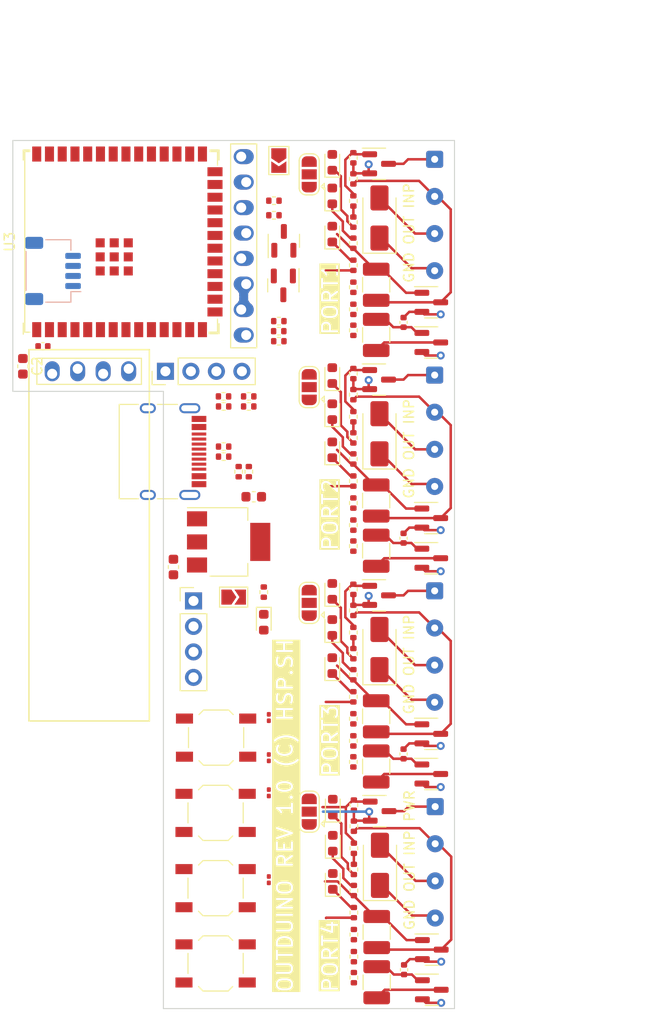
<source format=kicad_pcb>
(kicad_pcb (version 20221018) (generator pcbnew)
  (layers (0 "F.Cu" signal) (31 "B.Cu" signal) (34 "B.Paste" user) (35 "F.Paste" user) (36 "B.SilkS" user "B.Silkscreen") (37 "F.SilkS" user "F.Silkscreen") (38 "B.Mask" user) (39 "F.Mask" user) (44 "Edge.Cuts" user))
  (net 0 "")
  (net 1 "+3.3V")
  (net 2 "GND")
  (net 3 "VBUS")
  (net 4 "Net-(Q5-B)")
  (net 5 "/ESP_EN")
  (net 6 "/ESP_B2")
  (net 7 "/ESP_B3")
  (net 8 "Net-(D1-K)")
  (net 9 "Net-(D3-A2)")
  (net 10 "Net-(D4-K)")
  (net 11 "Net-(D5-K)")
  (net 12 "Net-(D6-K)")
  (net 13 "Net-(J1-CC1)")
  (net 14 "Net-(J1-D+-PadA6)")
  (net 15 "Net-(J1-D--PadA7)")
  (net 17 "Net-(J1-CC2)")
  (net 19 "Net-(J2-VDD)")
  (net 20 "/RTS")
  (net 21 "/DTR")
  (net 22 "/TARG_TX")
  (net 23 "/TARG_RX")
  (net 24 "Net-(J2-5V)")
  (net 25 "Net-(J3-Pin_2)")
  (net 26 "Net-(J3-Pin_3)")
  (net 27 "/SDA")
  (net 28 "/SCL")
  (net 29 "Net-(J5-Pin_1)")
  (net 30 "Net-(J5-Pin_2)")
  (net 31 "/IO_block1/PWR")
  (net 32 "+12V")
  (net 33 "Net-(Q1-B)")
  (net 34 "Net-(Q2-B)")
  (net 35 "/IO9{slash}BOOT_BUT1")
  (net 36 "/PWR1")
  (net 37 "/OUT1")
  (net 38 "/IN1")
  (net 39 "/USBDM")
  (net 40 "/USBDP")
  (net 41 "Net-(R21-Pad1)")
  (net 42 "Net-(Q8-B)")
  (net 43 "Net-(Q11-B)")
  (net 44 "VDD")
  (net 45 "Net-(Q14-B)")
  (net 46 "/ESP_BOOT")
  (net 47 "Net-(D7-K)")
  (net 48 "Net-(D8-K)")
  (net 49 "Net-(D9-K)")
  (net 50 "Net-(D11-A2)")
  (net 51 "Net-(D12-K)")
  (net 52 "Net-(D13-K)")
  (net 53 "Net-(D14-K)")
  (net 54 "Net-(D16-A2)")
  (net 55 "Net-(D17-K)")
  (net 56 "Net-(D18-K)")
  (net 57 "Net-(D19-K)")
  (net 58 "Net-(D21-A2)")
  (net 59 "Net-(J7-Pin_1)")
  (net 60 "Net-(J7-Pin_2)")
  (net 61 "Net-(J8-Pin_1)")
  (net 62 "Net-(J8-Pin_2)")
  (net 63 "Net-(J9-Pin_1)")
  (net 64 "Net-(J9-Pin_2)")
  (net 65 "/IO_block2/PWR")
  (net 66 "/IO_block3/PWR")
  (net 67 "/IO_block4/PWR")
  (net 68 "/PWR2")
  (net 69 "/OUT2")
  (net 70 "/PROG_TX")
  (net 71 "/PROG_RX")
  (net 72 "/IN2")
  (net 73 "/PWR3")
  (net 74 "/OUT3")
  (net 75 "/IN3")
  (net 76 "/PWR4")
  (net 77 "/OUT4")
  (net 78 "/IN4")
  (net 79 "Net-(R1-Pad1)")
  (net 80 "Net-(U3-GPIO46)")
  (net 81 "Net-(U3-GPIO3{slash}TOUCH3{slash}ADC1_CH2)")
  (net 82 "Net-(U3-GPIO45)")
  (net 83 "Net-(R40-Pad1)")
  (net 84 "Net-(R52-Pad1)")
  (footprint "Resistor_SMD:R_1210_3225Metric_Pad1.30x2.65mm_HandSolder" (layer "F.Cu") (at 82.25 143.875 -90)
    (fp_text reference "R60" hide)
    (fp_text value "DNP/1210")
  )
  (footprint "Resistor_SMD:R_0402_1005Metric" (layer "F.Cu") (at 79.925 68.134999 -90)
    (fp_text reference "R21" hide)
    (fp_text value "10k")
  )
  (footprint "Resistor_SMD:R_0402_1005Metric" (layer "F.Cu") (at 79.925 96.124999 -90)
    (fp_text reference "R38" hide)
    (fp_text value "3k")
  )
  (footprint "Jumper:SolderJumper-3_P1.3mm_Open_RoundedPad1.0x1.5mm" (layer "F.Cu") (at 75.525 63.375 90)
    (fp_text reference "JP3" hide)
    (fp_text value "VSEL")
  )
  (footprint "Connector_PinHeader_2.54mm:PinHeader_1x04_P2.54mm_Vertical" (layer "F.Cu") (at 61.2 83 90)
    (fp_text reference "J6" hide)
    (fp_text value "I2C_HDR")
  )
  (footprint "LED_SMD:LED_0603_1608Metric" (layer "F.Cu") (at 71 108 -90)
    (fp_text reference "D1" hide)
    (fp_text value "LED_RED")
  )
  (footprint "Package_TO_SOT_SMD:SOT-23" (layer "F.Cu") (at 87.6875 97.625)
    (fp_text reference "Q7" hide)
    (fp_text value "BC847")
  )
  (footprint "Resistor_SMD:R_1210_3225Metric_Pad1.30x2.65mm_HandSolder" (layer "F.Cu") (at 82.2 79.375 -90)
    (fp_text reference "R20" hide)
    (fp_text value "DNP/1210")
  )
  (footprint "Resistor_SMD:R_1210_3225Metric_Pad1.30x2.65mm_HandSolder" (layer "F.Cu") (at 82.2 122.375 -90)
    (fp_text reference "R48" hide)
    (fp_text value "DNP/1210")
  )
  (footprint "Diode_SMD:D_SMA" (layer "F.Cu") (at 82.525 67.724999 90)
    (fp_text reference "D3" hide)
    (fp_text value "D_TVS")
  )
  (footprint "Connector_Wire:SolderWire-0.127sqmm_1x04_P3.7mm_D0.48mm_OD1mm" (layer "F.Cu") (at 88.025 83.375 -90)
    (fp_text reference "J7" hide)
    (fp_text value "Conn_01x04")
  )
  (footprint "Connector_PinHeader_2.54mm:PinHeader_1x04_P2.54mm_Vertical" (layer "F.Cu") (at 64 105.88)
    (fp_text reference "J3" hide)
    (fp_text value "USB_HDR")
  )
  (footprint "Resistor_SMD:R_1210_3225Metric_Pad1.30x2.65mm_HandSolder" (layer "F.Cu") (at 82.2 100.875 -90)
    (fp_text reference "R36" hide)
    (fp_text value "DNP/1210")
  )
  (footprint "Resistor_SMD:R_0402_1005Metric" (layer "F.Cu") (at 79.975 136.935 90)
    (fp_text reference "R54" hide)
    (fp_text value "10k")
  )
  (footprint "Critbit_lib:OLED_4Pin" (layer "F.Cu") (at 53.73 83 -90)
    (fp_text reference "U1" hide)
    (fp_text value "~")
  )
  (footprint "Diode_SMD:D_SMA" (layer "F.Cu") (at 82.525 89.224999 90)
    (fp_text reference "D11" hide)
    (fp_text value "D_TVS")
  )
  (footprint "LED_SMD:LED_0603_1608Metric" (layer "F.Cu") (at 77.825 87.024999 90)
    (fp_text reference "D8" hide)
    (fp_text value "LED_GREEN")
  )
  (footprint "Resistor_SMD:R_0402_1005Metric" (layer "F.Cu") (at 79.975 132.635 -90)
    (fp_text reference "R52" hide)
    (fp_text value "10k")
  )
  (footprint "Capacitor_SMD:C_0603_1608Metric" (layer "F.Cu") (at 70 95.5 180)
    (fp_text reference "C4" hide)
    (fp_text value "10u")
  )
  (footprint "Package_TO_SOT_SMD:SOT-23" (layer "F.Cu") (at 82.5375 126.825)
    (fp_text reference "Q12" hide)
    (fp_text value "AO3401A")
  )
  (footprint "Diode_SMD:D_SMA" (layer "F.Cu") (at 82.575 132.225 90)
    (fp_text reference "D21" hide)
    (fp_text value "D_TVS")
  )
  (footprint "Capacitor_SMD:C_0402_1005Metric" (layer "F.Cu") (at 84.975 142.625 90)
    (fp_text reference "C9" hide)
    (fp_text value "100n")
  )
  (footprint "Resistor_SMD:R_0402_1005Metric" (layer "F.Cu") (at 79.975 126.225 -90)
    (fp_text reference "R57" hide)
    (fp_text value "10k")
  )
  (footprint "Resistor_SMD:R_0402_1005Metric" (layer "F.Cu") (at 69.5 85.5)
    (fp_text reference "R4" hide)
    (fp_text value "3k")
  )
  (footprint "LED_SMD:LED_0603_1608Metric" (layer "F.Cu") (at 77.825 69.324999 90)
    (fp_text reference "D6" hide)
    (fp_text value "LED_BLUE")
  )
  (footprint "LED_SMD:LED_0603_1608Metric" (layer "F.Cu") (at 77.825 65.524999 90)
    (fp_text reference "D5" hide)
    (fp_text value "LED_GREEN")
  )
  (footprint "Resistor_SMD:R_1210_3225Metric_Pad1.30x2.65mm_HandSolder" (layer "F.Cu") (at 82.2 117.375 -90)
    (fp_text reference "R46" hide)
    (fp_text value "DNP/1210")
  )
  (footprint "Resistor_SMD:R_0402_1005Metric" (layer "F.Cu") (at 79.925 78.915 90)
    (fp_text reference "R16" hide)
    (fp_text value "3k")
  )
  (footprint "Connector_Wire:SolderWire-0.127sqmm_1x04_P3.7mm_D0.48mm_OD1mm" (layer "F.Cu") (at 88.075 126.375 -90)
    (fp_text reference "J9" hide)
    (fp_text value "Conn_01x04")
  )
  (footprint "Resistor_SMD:R_0402_1005Metric" (layer "F.Cu") (at 79.925 115.434999 90)
    (fp_text reference "R42" hide)
    (fp_text value "10k")
  )
  (footprint "Resistor_SMD:R_0402_1005Metric" (layer "F.Cu") (at 69.5 86.5)
    (fp_text reference "R5" hide)
    (fp_text value "3k")
  )
  (footprint "Resistor_SMD:R_0402_1005Metric" (layer "F.Cu") (at 79.925 104.725 -90)
    (fp_text reference "R45" hide)
    (fp_text value "10k")
  )
  (footprint "Resistor_SMD:R_0402_1005Metric" (layer "F.Cu") (at 79.925 98.324999 90)
    (fp_text reference "R39" hide)
    (fp_text value "10k")
  )
  (footprint "Resistor_SMD:R_0402_1005Metric" (layer "F.Cu") (at 79.975 134.735 90)
    (fp_text reference "R53" hide)
    (fp_text value "10k")
  )
  (footprint "Capacitor_SMD:C_0201_0603Metric" (layer "F.Cu") (at 71.5 133.655 -90)
    (fp_text reference "C11" hide)
    (fp_text value "100n")
  )
  (footprint "Resistor_SMD:R_0402_1005Metric" (layer "F.Cu") (at 67 91.5)
    (fp_text reference "R9" hide)
    (fp_text value "22R/0603")
  )
  (footprint "Connector_Wire:SolderWire-0.127sqmm_1x04_P3.7mm_D0.48mm_OD1mm" (layer "F.Cu") (at 88.025 61.875 -90)
    (fp_text reference "J5" hide)
    (fp_text value "Conn_01x04")
  )
  (footprint "LED_SMD:LED_0603_1608Metric" (layer "F.Cu") (at 77.825 90.824999 90)
    (fp_text reference "D9" hide)
    (fp_text value "LED_BLUE")
  )
  (footprint "Resistor_SMD:R_0402_1005Metric" (layer "F.Cu") (at 72.5 78)
    (fp_text reference "R7" hide)
    (fp_text value "10k")
  )
  (footprint "Package_TO_SOT_SMD:SOT-23" (layer "F.Cu") (at 87.6875 101.625)
    (fp_text reference "Q8" hide)
    (fp_text value "BC847")
  )
  (footprint "Resistor_SMD:R_0402_1005Metric" (layer "F.Cu") (at 79.925 121.915 90)
    (fp_text reference "R47" hide)
    (fp_text value "3k")
  )
  (footprint "Resistor_SMD:R_0402_1005Metric" (layer "F.Cu") (at 79.925 74.624999 -90)
    (fp_text reference "R18" hide)
    (fp_text value "3k")
  )
  (footprint "Connector_Wire:SolderWire-0.127sqmm_1x04_P3.7mm_D0.48mm_OD1mm" (layer "F.Cu") (at 88.025 104.875 -90)
    (fp_text reference "J8" hide)
    (fp_text value "Conn_01x04")
  )
  (footprint "Resistor_SMD:R_0402_1005Metric" (layer "F.Cu") (at 79.925 61.725 -90)
    (fp_text reference "R14" hide)
    (fp_text value "10k")
  )
  (footprint "Resistor_SMD:R_0402_1005Metric" (layer "F.Cu") (at 68.5 93 90)
    (fp_text reference "R11" hide)
    (fp_text value "22R/0603")
  )
  (footprint "Package_TO_SOT_SMD:SOT-23" (layer "F.Cu") (at 82.4875 62.324999)
    (fp_text reference "Q3" hide)
    (fp_text value "AO3401A")
  )
  (footprint "Resistor_SMD:R_0402_1005Metric" (layer "F.Cu") (at 72.01 66)
    (fp_text reference "R8" hide)
    (fp_text value "10k")
  )
  (footprint "Resistor_SMD:R_0402_1005Metric" (layer "F.Cu") (at 79.925 83.225 -90)
    (fp_text reference "R33" hide)
    (fp_text value "10k")
  )
  (footprint "Package_TO_SOT_SMD:SOT-23" (layer "F.Cu") (at 73 70 90)
    (fp_text reference "Q1" hide)
    (fp_text value "MMBT2222A")
  )
  (footprint "Resistor_SMD:R_0402_1005Metric" (layer "F.Cu") (at 79.925 93.934999 90)
    (fp_text reference "R27" hide)
    (fp_text value "10k")
  )
  (footprint "Resistor_SMD:R_1210_3225Metric_Pad1.30x2.65mm_HandSolder" (layer "F.Cu") (at 82.25 138.875 -90)
    (fp_text reference "R58" hide)
    (fp_text value "DNP/1210")
  )
  (footprint "Button_Switch_SMD:SW_SPST_TL3342" (layer "F.Cu") (at 66.2 134.5 180)
    (fp_text reference "SW4" hide)
    (fp_text value "B2")
  )
  (footprint "Resistor_SMD:R_0402_1005Metric" (layer "F.Cu") (at 79.975 130.525 -90)
    (fp_text reference "R55" hide)
    (fp_text value "10k")
  )
  (footprint "Jumper:SolderJumper-3_P1.3mm_Open_RoundedPad1.0x1.5mm" (layer "F.Cu") (at 75.525 84.575 90)
    (fp_text reference "JP4" hide)
    (fp_text value "VSEL")
  )
  (footprint "Capacitor_SMD:C_0402_1005Metric" (layer "F.Cu") (at 84.925 78.125 90)
    (fp_text reference "C5" hide)
    (fp_text value "100n")
  )
  (footprint "Resistor_SMD:R_0402_1005Metric" (layer "F.Cu") (at 79.925 91.734999 90)
    (fp_text reference "R26" hide)
    (fp_text value "10k")
  )
  (footprint "Resistor_SMD:R_0402_1005Metric" (layer "F.Cu") (at 66.99 85.5)
    (fp_text reference "R3" hide)
    (fp_text value "5.1k")
  )
  (footprint "Resistor_SMD:R_0402_1005Metric" (layer "F.Cu") (at 79.925 85.324999 90)
    (fp_text reference "R32" hide)
    (fp_text value "3k")
  )
  (footprint "LED_SMD:LED_0603_1608Metric" (layer "F.Cu") (at 77.825 112.324999 90)
    (fp_text reference "D14" hide)
    (fp_text value "LED_BLUE")
  )
  (footprint "Resistor_SMD:R_0402_1005Metric" (layer "F.Cu") (at 67 90.5)
    (fp_text reference "R10" hide)
    (fp_text value "22R/0603")
  )
  (footprint "LED_SMD:LED_0603_1608Metric" (layer "F.Cu") (at 77.825 108.524999 90)
    (fp_text reference "D13" hide)
    (fp_text value "LED_GREEN")
  )
  (footprint "Resistor_SMD:R_0402_1005Metric" (layer "F.Cu") (at 72.49 79)
    (fp_text reference "R29" hide)
    (fp_text value "100k")
  )
  (footprint "LED_SMD:LED_0603_1608Metric" (layer "F.Cu") (at 77.825 83.424999 90)
    (fp_text reference "D7" hide)
    (fp_text value "LED_RED")
  )
  (footprint "Espressif:ESP32-S3-WROOM-1U" (layer "F.Cu") (at 56.64 70.1 90)
    (fp_text reference "U3")
    (fp_text value "ESP32-S3-WROOM-2")
  )
  (footprint "Button_Switch_SMD:SW_SPST_TL3342" (layer "F.Cu") (at 66.2 127 180)
    (fp_text reference "SW5" hide)
    (fp_text value "B2")
  )
  (footprint "Resistor_SMD:R_0402_1005Metric" (layer "F.Cu") (at 79.925 76.824999 90)
    (fp_text reference "R19" hide)
    (fp_text value "10k")
  )
  (footprint "Resistor_SMD:R_0402_1005Metric" (layer "F.Cu") (at 79.925 113.234999 90)
    (fp_text reference "R41" hide)
    (fp_text value "10k")
  )
  (footprint "Package_TO_SOT_SMD:SOT-23" (layer "F.Cu") (at 87.7375 140.625)
    (fp_text reference "Q13" hide)
    (fp_text value "BC847")
  )
  (footprint "Diode_SMD:D_SMA" (layer "F.Cu") (at 82.525 110.724999 90)
    (fp_text reference "D16" hide)
    (fp_text value "D_TVS")
  )
  (footprint "Package_TO_SOT_SMD:SOT-223-3_TabPin2" (layer "F.Cu") (at 67.5 100)
    (fp_text reference "U2" hide)
    (fp_text value "AZ1117-3.3")
  )
  (footprint "Package_TO_SOT_SMD:SOT-23" (layer "F.Cu") (at 82.4875 105.324999)
    (fp_text reference "Q9" hide)
    (fp_text value "AO3401A")
  )
  (footprint "Capacitor_SMD:C_0201_0603Metric" (layer "F.Cu") (at 71.5 125 -90)
    (fp_text reference "C12" hide)
    (fp_text value "100n")
  )
  (footprint "LED_SMD:LED_0603_1608Metric" (layer "F.Cu") (at 77.875 126.425 90)
    (fp_text reference "D17" hide)
    (fp_text value "LED_RED")
  )
  (footprint "Capacitor_SMD:C_0201_0603Metric" (layer "F.Cu") (at 71.5 121.5 -90)
    (fp_text reference "C8" hide)
    (fp_text value "100n")
  )
  (footprint "Button_Switch_SMD:SW_SPST_TL3342" (layer "F.Cu") (at 66.2 142 180)
    (fp_text reference "SW3" hide)
    (fp_text value "B1/BOOT")
  )
  (footprint "Resistor_SMD:R_0402_1005Metric" (layer "F.Cu") (at 79.925 87.524999 -90)
    (fp_text reference "R28" hide)
    (fp_text value "10k")
  )
  (footprint "Package_TO_SOT_SMD:SOT-23" (layer "F.Cu") (at 82.4875 83.824999)
    (fp_text reference "Q6" hide)
    (fp_text value "AO3401A")
  )
  (footprint "Resistor_SMD:R_0402_1005Metric" (layer "F.Cu") (at 79.975 128.325 90)
    (fp_text reference "R56" hide)
    (fp_text value "3k")
  )
  (footprint "Resistor_SMD:R_0402_1005Metric" (layer "F.Cu") (at 79.925 117.624999 -90)
    (fp_text reference "R50" hide)
    (fp_text value "3k")
  )
  (footprint "Package_TO_SOT_SMD:SOT-23" (layer "F.Cu") (at 87.6875 123.125)
    (fp_text reference "Q11" hide)
    (fp_text value "BC847")
  )
  (footprint "Jumper:SolderJumper-3_P1.3mm_Open_RoundedPad1.0x1.5mm" (layer "F.Cu") (at 75.525 106.075 90)
    (fp_text reference "JP5" hide)
    (fp_text value "VSEL")
  )
  (footprint "LED_SMD:LED_0603_1608Metric" (layer "F.Cu") (at 77.825 62.175 90)
    (fp_text reference "D4" hide)
    (fp_text value "LED_RED")
  )
  (footprint "Resistor_SMD:R_0402_1005Metric" (layer "F.Cu") (at 79.925 89.634999 -90)
    (fp_text reference "R1" hide)
    (fp_text value "10k")
  )
  (footprint "Resistor_SMD:R_0201_0603Metric" (layer "F.Cu") (at 71.5 117.5 -90)
    (fp_text reference "R25" hide)
    (fp_text value "10k")
  )
  (footprint "Resistor_SMD:R_0402_1005Metric" (layer "F.Cu") (at 79.925 106.824999 90)
    (fp_text reference "R44" hide)
    (fp_text value "3k")
  )
  (footprint "Resistor_SMD:R_0402_1005Metric" (layer "F.Cu") (at 79.925 109.024999 -90)
    (fp_text reference "R43" hide)
    (fp_text value "10k")
  )
  (footprint "Jumper:SolderJumper-2_P1.3mm_Open_TrianglePad1.0x1.5mm" (layer "F.Cu") (at 72.5 62 -90)
    (fp_text reference "JP1" hide)
    (fp_text value "3V3_FROM_USBC")
  )
  (footprint "Jumper:SolderJumper-3_P1.3mm_Open_RoundedPad1.0x1.5mm" (layer "F.Cu") (at 75.525 126.875 90)
    (fp_text reference "JP6" hide)
    (fp_text value "VSEL")
  )
  (footprint "Button_Switch_SMD:SW_SPST_TL3342" (layer "F.Cu") (at 66.25 119.5 180)
    (fp_text reference "SW1" hide)
    (fp_text value "RST")
  )
  (footprint "Capacitor_SMD:C_0603_1608Metric" (layer "F.Cu") (at 62 102.5 -90)
    (fp_text reference "C3" hide)
    (fp_text value "10u")
  )
  (footprint "Resistor_SMD:R_0402_1005Metric" (layer "F.Cu") (at 79.925 100.415 90)
    (fp_text reference "R35" hide)
    (fp_text value "3k")
  )
  (footprint "Capacitor_SMD:C_0603_1608Metric" (layer "F.Cu") (at 47 82.5 -90)
    (fp_text reference "C2")
    (fp_text value "10u")
  )
  (footprint "LED_SMD:LED_0603_1608Metric" (layer "F.Cu") (at 77.825 104.924999 90)
    (fp_text reference "D12" hide)
    (fp_text value "LED_RED")
  )
  (footprint "Capacitor_SMD:C_0402_1005Metric" (layer "F.Cu") (at 84.925 99.625 90)
    (fp_text reference "C6" hide)
    (fp_text value "100n")
  )
  (footprint "Resistor_SMD:R_1210_3225Metric_Pad1.30x2.65mm_HandSolder" (layer "F.Cu") (at 82.2 95.875 -90)
    (fp_text reference "R34" hide)
    (fp_text value "DNP/1210")
  )
  (footprint "Package_TO_SOT_SMD:SOT-23" (layer "F.Cu") (at 87.6875 119.125)
    (fp_text reference "Q10" hide)
    (fp_text value "BC847")
  )
  (footprint "Resistor_SMD:R_0402_1005Metric" (layer "F.Cu") (at 72.01 67.45 180)
    (fp_text reference "R31" hide)
    (fp_text value "100k")
  )
  (footprint "Critbit_lib:Lichtenprog" (layer "F.Cu") (at 69 70.5)
    (fp_text reference "J2" hide)
    (fp_text value "Lichtenprog_conn")
  )
  (footprint "Resistor_SMD:R_0402_1005Metric" (layer "F.Cu") (at 79.975 139.125 -90)
    (fp_text reference "R62" hide)
    (fp_text value "3k")
  )
  (footprint "Capacitor_SMD:C_0402_1005Metric" (layer "F.Cu") (at 84.925 121.125 90)
    (fp_text reference "C7" hide)
    (fp_text value "100n")
  )
  (footprint "Resistor_SMD:R_0402_1005Metric" (layer "F.Cu") (at 79.925 111.134999 -90)
    (fp_text reference "R40" hide)
    (fp_text value "10k")
  )
  (footprint "Resistor_SMD:R_0402_1005Metric" (layer "F.Cu") (at 79.925 72.434999 90)
    (fp_text reference "R23" hide)
    (fp_text value "10k")
  )
  (footprint "Package_TO_SOT_SMD:SOT-23" (layer "F.Cu") (at 87.6875 76.125)
    (fp_text reference "Q4" hide)
    (fp_text value "BC847")
  )
  (footprint "Resistor_SMD:R_0402_1005Metric" (layer "F.Cu") (at 79.975 141.325 90)
    (fp_text reference "R63" hide)
    (fp_text value "10k")
  )
  (footprint "Resistor_SMD:R_0402_1005Metric" (layer "F.Cu") (at 79.925 63.824999 90)
    (fp_text reference "R15" hide)
    (fp_text value "3k")
  )
  (footprint "Resistor_SMD:R_0402_1005Metric" (layer "F.Cu") (at 79.925 66.024999 -90)
    (fp_text reference "R24" hide)
    (fp_text value "10k")
  )
  (footprint "Connector_USB:USB_C_Receptacle_HRO_TYPE-C-31-M-12" (layer "F.Cu") (at 60.5 91 -90)
    (fp_text reference "J1" hide)
    (fp_text value "USB_C_Receptacle_USB2.0")
  )
  (footprint "Capacitor_SMD:C_0402_1005Metric" (layer "F.Cu") (at 49 80.5 180)
    (fp_text reference "C1" hide)
    (fp_text value "100n")
  )
  (footprint "Resistor_SMD:R_0402_1005Metric" (layer "F.Cu") (at 72.5 80)
    (fp_text reference "R30" hide)
    (fp_text value "100k")
  )
  (footprint "Package_TO_SOT_SMD:SOT-23" (layer "F.Cu") (at 72.95 74.4375 -90)
    (fp_text reference "Q2" hide)
    (fp_text value "MMBT2222A")
  )
  (footprint "Package_TO_SOT_SMD:SOT-23" (layer "F.Cu") (at 87.6875 80.125)
    (fp_text reference "Q5" hide)
    (fp_text value "BC847")
  )
  (footprint "Resistor_SMD:R_0402_1005Metric" (layer "F.Cu") (at 79.975 143.415 90)
    (fp_text reference "R59" hide)
    (fp_text value "3k")
  )
  (footprint "Jumper:SolderJumper-2_P1.3mm_Open_TrianglePad1.0x1.5mm" (layer "F.Cu") (at 68 105.5)
    (fp_text reference "JP2" hide)
    (fp_text value "PWR_FROM_USBC")
  )
  (footprint "Resistor_SMD:R_0402_1005Metric" (layer "F.Cu") (at 67 86.5)
    (fp_text reference "R2" hide)
    (fp_text value "5.1k")
  )
  (footprint "LED_SMD:LED_0603_1608Metric" (layer "F.Cu") (at 77.875 130.025 90)
    (fp_text reference "D18" hide)
    (fp_text value "LED_GREEN")
  )
  (footprint "LED_SMD:LED_0603_1608Metric" (layer "F.Cu") (at 77.875 133.825 90)
    (fp_text reference "D19" hide)
    (fp_text value "LED_BLUE")
  )
  (footprint "Resistor_SMD:R_0402_1005Metric" (layer "F.Cu") (at 71 105 -90)
    (fp_text reference "R13" hide)
    (fp_text value "33k")
  )
  (footprint "Resistor_SMD:R_0402_1005Metric" (layer "F.Cu") (at 79.925 70.234999 90)
    (fp_text reference "R22" hide)
    (fp_text value "10k")
  )
  (footprint "Resistor_SMD:R_1210_3225Metric_Pad1.30x2.65mm_HandSolder" (layer "F.Cu") (at 82.2 74.375 -90)
    (fp_text reference "R6" hide)
    (fp_text value "DNP/1210")
  )
  (footprint "Resistor_SMD:R_0402_1005Metric" (layer "F.Cu") (at 79.925 119.824999 90)
    (fp_text reference "R51" hide)
    (fp_text value "10k")
  )
  (footprint "Resistor_SMD:R_0402_1005Metric" (layer "F.Cu") (at 69.51 93 90)
    (fp_text reference "R12" hide)
    (fp_text value "22R/0603")
  )
  (footprint "Package_TO_SOT_SMD:SOT-23" (layer "F.Cu") (at 87.7375 144.625)
    (fp_text reference "Q14" hide)
    (fp_text value "BC847")
  )
  (footprint "Connector_JST:JST_SH_SM04B-SRSS-TB_1x04-1MP_P1.00mm_Horizontal" (layer "B.Cu") (at 50 73 90)
    (fp_text reference "J4" hide)
    (fp_text value "QWIIC")
  )
  (gr_line (start 90 146.5) (end 90 60) (stroke (width 0.1)) (layer "Edge.Cuts"))
  (gr_line (start 61 85) (end 61 146.5) (stroke (width 0.1)) (layer "Edge.Cuts"))
  (gr_line (start 46 85) (end 61 85) (stroke (width 0.1)) (layer "Edge.Cuts"))
  (gr_line (start 90 60) (end 46 60) (stroke (width 0.1)) (layer "Edge.Cuts"))
  (gr_line (start 46 60) (end 46 85) (stroke (width 0.1)) (layer "Edge.Cuts"))
  (gr_line (start 61 146.5) (end 90 146.5) (stroke (width 0.1)) (layer "Edge.Cuts"))
  (gr_text "PORT1" (at 78.5 79.5 90) (layer "F.SilkS" knockout) (effects (font (size 1.5 1.5) (thickness 0.2)) (justify left bottom)))
  (gr_text "PWR" (at 86.1 127.975 90) (layer "F.SilkS") (effects (font (size 1 1)) (justify left bottom)))
  (gr_text "INP" (at 86.05 66.875 90) (layer "F.SilkS") (effects (font (size 1 1)) (justify left bottom)))
  (gr_text "INP" (at 86.05 88.375 90) (layer "F.SilkS") (effects (font (size 1 1)) (justify left bottom)))
  (gr_text "INP" (at 86.1 131.375 90) (layer "F.SilkS") (effects (font (size 1 1)) (justify left bottom)))
  (gr_text "INP" (at 86.05 109.875 90) (layer "F.SilkS") (effects (font (size 1 1)) (justify left bottom)))
  (gr_text "OUT" (at 86.05 113.475 90) (layer "F.SilkS") (effects (font (size 1 1)) (justify left bottom)))
  (gr_text "OUT" (at 86.1 134.975 90) (layer "F.SilkS") (effects (font (size 1 1)) (justify left bottom)))
  (gr_text "OUT" (at 86.05 91.975 90) (layer "F.SilkS") (effects (font (size 1 1)) (justify left bottom)))
  (gr_text "OUT" (at 86.05 70.475 90) (layer "F.SilkS") (effects (font (size 1 1)) (justify left bottom)))
  (gr_text "PORT3" (at 78.5 123.5 90) (layer "F.SilkS" knockout) (effects (font (size 1.5 1.5) (thickness 0.2)) (justify left bottom)))
  (gr_text "PORT4" (at 78.5 145 90) (layer "F.SilkS" knockout) (effects (font (size 1.5 1.5) (thickness 0.2)) (justify left bottom)))
  (gr_text "PORT2" (at 78.5 101 90) (layer "F.SilkS" knockout) (effects (font (size 1.5 1.5) (thickness 0.2)) (justify left bottom)))
  (gr_text "GND\n" (at 86.05 117.275 90) (layer "F.SilkS") (effects (font (size 1 1)) (justify left bottom)))
  (gr_text "GND\n" (at 86.05 95.775 90) (layer "F.SilkS") (effects (font (size 1 1)) (justify left bottom)))
  (gr_text "GND\n" (at 86.05 74.275 90) (layer "F.SilkS") (effects (font (size 1 1)) (justify left bottom)))
  (gr_text "GND\n" (at 86.1 138.775 90) (layer "F.SilkS") (effects (font (size 1 1)) (justify left bottom)))
  (gr_text "OUTDUINO REV 1.0 (C) HSP.SH" (at 74 145 90) (layer "F.SilkS" knockout) (effects (font (size 1.5 1.5) (thickness 0.2)) (justify left bottom)))
  (segment (start 86.75 81.075) (end 87.1 81.425) (width 0.25) (layer "F.Cu") (net 2))
  (segment (start 86.75 102.575) (end 87.1 102.925) (width 0.25) (layer "F.Cu") (net 2))
  (segment (start 86.8 145.575) (end 87.15 145.925) (width 0.25) (layer "F.Cu") (net 2))
  (segment (start 86.75 124.075) (end 87.1 124.425) (width 0.25) (layer "F.Cu") (net 2))
  (segment (start 87.775 72.725) (end 88.025 72.975) (width 0.25) (layer "F.Cu") (net 2))
  (segment (start 87.825 137.225) (end 88.075 137.475) (width 0.25) (layer "F.Cu") (net 2))
  (segment (start 87.775 94.225) (end 88.025 94.475) (width 0.25) (layer "F.Cu") (net 2))
  (segment (start 87.775 115.725) (end 88.025 115.975) (width 0.25) (layer "F.Cu") (net 2))
  (segment (start 85.495 98.575) (end 84.925 99.145) (width 0.25) (layer "F.Cu") (net 2))
  (segment (start 85.495 120.075) (end 84.925 120.645) (width 0.25) (layer "F.Cu") (net 2))
  (segment (start 85.545 141.575) (end 84.975 142.145) (width 0.25) (layer "F.Cu") (net 2))
  (segment (start 85.495 77.075) (end 84.925 77.645) (width 0.25) (layer "F.Cu") (net 2))
  (segment (start 85.725 94.225) (end 87.775 94.225) (width 0.25) (layer "F.Cu") (net 2))
  (segment (start 85.725 72.725) (end 87.775 72.725) (width 0.25) (layer "F.Cu") (net 2))
  (segment (start 85.775 137.225) (end 87.825 137.225) (width 0.25) (layer "F.Cu") (net 2))
  (segment (start 85.725 115.725) (end 87.775 115.725) (width 0.25) (layer "F.Cu") (net 2))
  (segment (start 86.8 141.575) (end 85.545 141.575) (width 0.25) (layer "F.Cu") (net 2))
  (segment (start 86.75 98.575) (end 85.495 98.575) (width 0.25) (layer "F.Cu") (net 2))
  (segment (start 86.75 120.075) (end 85.495 120.075) (width 0.25) (layer "F.Cu") (net 2))
  (segment (start 86.75 77.075) (end 85.495 77.075) (width 0.25) (layer "F.Cu") (net 2))
  (segment (start 88.675 141.825) (end 87.05 141.825) (width 0.25) (layer "F.Cu") (net 2))
  (segment (start 88.625 98.825) (end 87 98.825) (width 0.25) (layer "F.Cu") (net 2))
  (segment (start 88.625 120.325) (end 87 120.325) (width 0.25) (layer "F.Cu") (net 2))
  (segment (start 88.625 77.325) (end 87 77.325) (width 0.25) (layer "F.Cu") (net 2))
  (segment (start 82.525 112.725) (end 82.725 112.725) (width 0.25) (layer "F.Cu") (net 2))
  (segment (start 82.575 134.225) (end 82.775 134.225) (width 0.25) (layer "F.Cu") (net 2))
  (segment (start 82.525 91.225) (end 82.725 91.225) (width 0.25) (layer "F.Cu") (net 2))
  (segment (start 82.525 69.725) (end 82.725 69.725) (width 0.25) (layer "F.Cu") (net 2))
  (segment (start 82.725 91.225) (end 85.725 94.225) (width 0.25) (layer "F.Cu") (net 2))
  (segment (start 82.775 134.225) (end 85.775 137.225) (width 0.25) (layer "F.Cu") (net 2))
  (segment (start 82.725 112.725) (end 85.725 115.725) (width 0.25) (layer "F.Cu") (net 2))
  (segment (start 82.725 69.725) (end 85.725 72.725) (width 0.25) (layer "F.Cu") (net 2))
  (segment (start 87 98.825) (end 86.75 98.575) (width 0.25) (layer "F.Cu") (net 2))
  (segment (start 87 77.325) (end 86.75 77.075) (width 0.25) (layer "F.Cu") (net 2))
  (segment (start 87.05 141.825) (end 86.8 141.575) (width 0.25) (layer "F.Cu") (net 2))
  (segment (start 87 120.325) (end 86.75 120.075) (width 0.25) (layer "F.Cu") (net 2))
  (segment (start 87.1 81.425) (end 88.625 81.425) (width 0.25) (layer "F.Cu") (net 2))
  (segment (start 87.1 124.425) (end 88.625 124.425) (width 0.25) (layer "F.Cu") (net 2))
  (segment (start 87.1 102.925) (end 88.625 102.925) (width 0.25) (layer "F.Cu") (net 2))
  (segment (start 87.15 145.925) (end 88.675 145.925) (width 0.25) (layer "F.Cu") (net 2))
  (via (at 88.625 98.825) (size 0.8) (drill 0.4) (layers "F.Cu" "B.Cu") (net 2))
  (via (at 88.625 77.325) (size 0.8) (drill 0.4) (layers "F.Cu" "B.Cu") (net 2))
  (via (at 88.625 120.325) (size 0.8) (drill 0.4) (layers "F.Cu" "B.Cu") (net 2))
  (via (at 88.675 141.825) (size 0.8) (drill 0.4) (layers "F.Cu" "B.Cu") (net 2))
  (via (at 88.625 124.425) (size 0.8) (drill 0.4) (layers "F.Cu" "B.Cu") (net 2))
  (via (at 88.625 81.425) (size 0.8) (drill 0.4) (layers "F.Cu" "B.Cu") (net 2))
  (via (at 88.675 145.925) (size 0.8) (drill 0.4) (layers "F.Cu" "B.Cu") (net 2))
  (via (at 88.625 102.925) (size 0.8) (drill 0.4) (layers "F.Cu" "B.Cu") (net 2))
  (segment (start 86.75 79.175) (end 86.275 79.175) (width 0.25) (layer "F.Cu") (net 4))
  (segment (start 83.905 78.605) (end 83.125 77.825) (width 0.25) (layer "F.Cu") (net 4))
  (segment (start 85.705 78.605) (end 83.905 78.605) (width 0.25) (layer "F.Cu") (net 4))
  (segment (start 86.275 79.175) (end 85.705 78.605) (width 0.25) (layer "F.Cu") (net 4))
  (segment (start 83.125 77.825) (end 82.2 77.825) (width 0.25) (layer "F.Cu") (net 4))
  (segment (start 88.025 69.275) (end 86.075 69.275) (width 0.25) (layer "F.Cu") (net 9))
  (segment (start 86.075 69.275) (end 82.525 65.725) (width 0.25) (layer "F.Cu") (net 9))
  (segment (start 77.825 62.7125) (end 78.675 63.5625) (width 0.25) (layer "F.Cu") (net 10))
  (segment (start 78.675 66.875) (end 79.325 67.525) (width 0.25) (layer "F.Cu") (net 10))
  (segment (start 79.325 67.525) (end 79.325 68.045) (width 0.25) (layer "F.Cu") (net 10))
  (segment (start 78.675 63.5625) (end 78.675 66.875) (width 0.25) (layer "F.Cu") (net 10))
  (segment (start 79.325 68.045) (end 79.925 68.645) (width 0.25) (layer "F.Cu") (net 10))
  (segment (start 77.825 66.3125) (end 77.825 67.025) (width 0.25) (layer "F.Cu") (net 11))
  (segment (start 78.875 68.075) (end 78.875 68.985) (width 0.25) (layer "F.Cu") (net 11))
  (segment (start 77.825 67.025) (end 78.875 68.075) (width 0.25) (layer "F.Cu") (net 11))
  (segment (start 79.925 69.725) (end 79.615 69.725) (width 0.25) (layer "F.Cu") (net 11))
  (segment (start 79.615 69.725) (end 78.875 68.985) (width 0.25) (layer "F.Cu") (net 11))
  (segment (start 79.6375 71.925) (end 79.925 71.925) (width 0.25) (layer "F.Cu") (net 12))
  (segment (start 77.825 70.1125) (end 79.6375 71.925) (width 0.25) (layer "F.Cu") (net 12))
  (segment (start 85.375 61.875) (end 84.925 62.325) (width 0.25) (layer "F.Cu") (net 29))
  (segment (start 88.025 61.875) (end 85.375 61.875) (width 0.25) (layer "F.Cu") (net 29))
  (segment (start 84.925 62.325) (end 83.425 62.325) (width 0.25) (layer "F.Cu") (net 29))
  (segment (start 88.625 76.125) (end 89.625 75.125) (width 0.25) (layer "F.Cu") (net 30))
  (segment (start 80.235 64.025) (end 86.475 64.025) (width 0.25) (layer "F.Cu") (net 30))
  (segment (start 82.2 75.925) (end 82.4 76.125) (width 0.25) (layer "F.Cu") (net 30))
  (segment (start 89.625 75.125) (end 89.625 66.865) (width 0.25) (layer "F.Cu") (net 30))
  (segment (start 89.625 66.865) (end 87.825 65.065) (width 0.25) (layer "F.Cu") (net 30))
  (segment (start 79.925 64.335) (end 80.235 64.025) (width 0.25) (layer "F.Cu") (net 30))
  (segment (start 86.475 64.025) (end 88.025 65.575) (width 0.25) (layer "F.Cu") (net 30))
  (segment (start 82.4 76.125) (end 88.625 76.125) (width 0.25) (layer "F.Cu") (net 30))
  (segment (start 79.965 63.275) (end 79.925 63.315) (width 0.25) (layer "F.Cu") (net 31))
  (segment (start 81.55 63.275) (end 81.45 63.175) (width 0.25) (layer "F.Cu") (net 31))
  (segment (start 81.55 63.275) (end 79.965 63.275) (width 0.25) (layer "F.Cu") (net 31))
  (segment (start 79.925 62.235) (end 79.925 63.315) (width 0.25) (layer "F.Cu") (net 31))
  (segment (start 81.45 63.175) (end 81.45 62.375) (width 0.25) (layer "F.Cu") (net 31))
  (via (at 81.45 62.375) (size 0.8) (drill 0.4) (layers "F.Cu" "B.Cu") (net 31))
  (segment (start 79.835 61.215) (end 79.925 61.215) (width 0.25) (layer "F.Cu") (net 36))
  (segment (start 79.125 64.505) (end 79.125 61.925) (width 0.25) (layer "F.Cu") (net 36))
  (segment (start 80.085 61.375) (end 79.925 61.215) (width 0.25) (layer "F.Cu") (net 36))
  (segment (start 79.125 61.925) (end 79.835 61.215) (width 0.25) (layer "F.Cu") (net 36))
  (segment (start 79.925 65.305) (end 79.125 64.505) (width 0.25) (layer "F.Cu") (net 36))
  (segment (start 81.55 61.375) (end 80.085 61.375) (width 0.25) (layer "F.Cu") (net 36))
  (segment (start 79.925 70.745) (end 79.72 70.745) (width 0.25) (layer "F.Cu") (net 37))
  (segment (start 79.72 70.745) (end 78.3 69.325) (width 0.25) (layer "F.Cu") (net 37))
  (segment (start 82.825 72.825) (end 85.175 75.175) (width 0.25) (layer "F.Cu") (net 37))
  (segment (start 79.925 70.76) (end 82.2 73.035) (width 0.25) (layer "F.Cu") (net 37))
  (segment (start 79.925 70.745) (end 79.925 70.76) (width 0.25) (layer "F.Cu") (net 37))
  (segment (start 82.2 72.825) (end 82.825 72.825) (width 0.25) (layer "F.Cu") (net 37))
  (segment (start 85.175 75.175) (end 86.75 75.175) (width 0.25) (layer "F.Cu") (net 37))
  (segment (start 88.625 80.125) (end 83 80.125) (width 0.25) (layer "F.Cu") (net 38))
  (segment (start 83 80.125) (end 82.2 80.925) (width 0.25) (layer "F.Cu") (net 38))
  (segment (start 79.925 72.945) (end 77.18 72.945) (width 0.25) (layer "F.Cu") (net 38))
  (segment (start 79.925 66.535) (end 79.925 67.625) (width 0.25) (layer "F.Cu") (net 41))
  (segment (start 86.75 100.675) (end 86.275 100.675) (width 0.25) (layer "F.Cu") (net 42))
  (segment (start 83.905 100.105) (end 83.125 99.325) (width 0.25) (layer "F.Cu") (net 42))
  (segment (start 85.705 100.105) (end 83.905 100.105) (width 0.25) (layer "F.Cu") (net 42))
  (segment (start 86.275 100.675) (end 85.705 100.105) (width 0.25) (layer "F.Cu") (net 42))
  (segment (start 83.125 99.325) (end 82.2 99.325) (width 0.25) (layer "F.Cu") (net 42))
  (segment (start 86.75 122.175) (end 86.275 122.175) (width 0.25) (layer "F.Cu") (net 43))
  (segment (start 83.905 121.605) (end 83.125 120.825) (width 0.25) (layer "F.Cu") (net 43))
  (segment (start 85.705 121.605) (end 83.905 121.605) (width 0.25) (layer "F.Cu") (net 43))
  (segment (start 86.275 122.175) (end 85.705 121.605) (width 0.25) (layer "F.Cu") (net 43))
  (segment (start 83.125 120.825) (end 82.2 120.825) (width 0.25) (layer "F.Cu") (net 43))
  (segment (start 86.8 143.675) (end 86.325 143.675) (width 0.25) (layer "F.Cu") (net 45))
  (segment (start 83.955 143.105) (end 83.175 142.325) (width 0.25) (layer "F.Cu") (net 45))
  (segment (start 85.755 143.105) (end 83.955 143.105) (width 0.25) (layer "F.Cu") (net 45))
  (segment (start 86.325 143.675) (end 85.755 143.105) (width 0.25) (layer "F.Cu") (net 45))
  (segment (start 83.175 142.325) (end 82.25 142.325) (width 0.25) (layer "F.Cu") (net 45))
  (segment (start 77.825 84.2125) (end 78.675 85.0625) (width 0.25) (layer "F.Cu") (net 47))
  (segment (start 78.675 88.375) (end 79.325 89.025) (width 0.25) (layer "F.Cu") (net 47))
  (segment (start 79.325 89.025) (end 79.325 89.545) (width 0.25) (layer "F.Cu") (net 47))
  (segment (start 78.675 85.0625) (end 78.675 88.375) (width 0.25) (layer "F.Cu") (net 47))
  (segment (start 79.325 89.545) (end 79.925 90.145) (width 0.25) (layer "F.Cu") (net 47))
  (segment (start 77.825 87.8125) (end 77.825 88.525) (width 0.25) (layer "F.Cu") (net 48))
  (segment (start 78.875 89.575) (end 78.875 90.485) (width 0.25) (layer "F.Cu") (net 48))
  (segment (start 77.825 88.525) (end 78.875 89.575) (width 0.25) (layer "F.Cu") (net 48))
  (segment (start 79.925 91.225) (end 79.615 91.225) (width 0.25) (layer "F.Cu") (net 48))
  (segment (start 79.615 91.225) (end 78.875 90.485) (width 0.25) (layer "F.Cu") (net 48))
  (segment (start 79.6375 93.425) (end 79.925 93.425) (width 0.25) (layer "F.Cu") (net 49))
  (segment (start 77.825 91.6125) (end 79.6375 93.425) (width 0.25) (layer "F.Cu") (net 49))
  (segment (start 88.025 90.775) (end 86.075 90.775) (width 0.25) (layer "F.Cu") (net 50))
  (segment (start 86.075 90.775) (end 82.525 87.225) (width 0.25) (layer "F.Cu") (net 50))
  (segment (start 77.825 105.7125) (end 78.675 106.5625) (width 0.25) (layer "F.Cu") (net 51))
  (segment (start 78.675 109.875) (end 79.325 110.525) (width 0.25) (layer "F.Cu") (net 51))
  (segment (start 79.325 110.525) (end 79.325 111.045) (width 0.25) (layer "F.Cu") (net 51))
  (segment (start 78.675 106.5625) (end 78.675 109.875) (width 0.25) (layer "F.Cu") (net 51))
  (segment (start 79.325 111.045) (end 79.925 111.645) (width 0.25) (layer "F.Cu") (net 51))
  (segment (start 77.825 109.3125) (end 77.825 110.025) (width 0.25) (layer "F.Cu") (net 52))
  (segment (start 78.875 111.075) (end 78.875 111.985) (width 0.25) (layer "F.Cu") (net 52))
  (segment (start 77.825 110.025) (end 78.875 111.075) (width 0.25) (layer "F.Cu") (net 52))
  (segment (start 79.925 112.725) (end 79.615 112.725) (width 0.25) (layer "F.Cu") (net 52))
  (segment (start 79.615 112.725) (end 78.875 111.985) (width 0.25) (layer "F.Cu") (net 52))
  (segment (start 79.6375 114.925) (end 79.925 114.925) (width 0.25) (layer "F.Cu") (net 53))
  (segment (start 77.825 113.1125) (end 79.6375 114.925) (width 0.25) (layer "F.Cu") (net 53))
  (segment (start 88.025 112.275) (end 86.075 112.275) (width 0.25) (layer "F.Cu") (net 54))
  (segment (start 86.075 112.275) (end 82.525 108.725) (width 0.25) (layer "F.Cu") (net 54))
  (segment (start 77.875 127.2125) (end 78.725 128.0625) (width 0.25) (layer "F.Cu") (net 55))
  (segment (start 78.725 131.375) (end 79.375 132.025) (width 0.25) (layer "F.Cu") (net 55))
  (segment (start 79.375 132.025) (end 79.375 132.545) (width 0.25) (layer "F.Cu") (net 55))
  (segment (start 78.725 128.0625) (end 78.725 131.375) (width 0.25) (layer "F.Cu") (net 55))
  (segment (start 79.375 132.545) (end 79.975 133.145) (width 0.25) (layer "F.Cu") (net 55))
  (segment (start 77.875 130.8125) (end 77.875 131.525) (width 0.25) (layer "F.Cu") (net 56))
  (segment (start 78.925 132.575) (end 78.925 133.485) (width 0.25) (layer "F.Cu") (net 56))
  (segment (start 77.875 131.525) (end 78.925 132.575) (width 0.25) (layer "F.Cu") (net 56))
  (segment (start 79.975 134.225) (end 79.665 134.225) (width 0.25) (layer "F.Cu") (net 56))
  (segment (start 79.665 134.225) (end 78.925 133.485) (width 0.25) (layer "F.Cu") (net 56))
  (segment (start 79.6875 136.425) (end 79.975 136.425) (width 0.25) (layer "F.Cu") (net 57))
  (segment (start 77.875 134.6125) (end 79.6875 136.425) (width 0.25) (layer "F.Cu") (net 57))
  (segment (start 88.075 133.775) (end 86.125 133.775) (width 0.25) (layer "F.Cu") (net 58))
  (segment (start 86.125 133.775) (end 82.575 130.225) (width 0.25) (layer "F.Cu") (net 58))
  (segment (start 85.375 83.375) (end 84.925 83.825) (width 0.25) (layer "F.Cu") (net 59))
  (segment (start 88.025 83.375) (end 85.375 83.375) (width 0.25) (layer "F.Cu") (net 59))
  (segment (start 84.925 83.825) (end 83.425 83.825) (width 0.25) (layer "F.Cu") (net 59))
  (segment (start 88.625 97.625) (end 89.625 96.625) (width 0.25) (layer "F.Cu") (net 60))
  (segment (start 80.235 85.525) (end 86.475 85.525) (width 0.25) (layer "F.Cu") (net 60))
  (segment (start 82.2 97.425) (end 82.4 97.625) (width 0.25) (layer "F.Cu") (net 60))
  (segment (start 89.625 96.625) (end 89.625 88.365) (width 0.25) (layer "F.Cu") (net 60))
  (segment (start 89.625 88.365) (end 87.825 86.565) (width 0.25) (layer "F.Cu") (net 60))
  (segment (start 79.925 85.835) (end 80.235 85.525) (width 0.25) (layer "F.Cu") (net 60))
  (segment (start 86.475 85.525) (end 88.025 87.075) (width 0.25) (layer "F.Cu") (net 60))
  (segment (start 82.4 97.625) (end 88.625 97.625) (width 0.25) (layer "F.Cu") (net 60))
  (segment (start 85.375 104.875) (end 84.925 105.325) (width 0.25) (layer "F.Cu") (net 61))
  (segment (start 88.025 104.875) (end 85.375 104.875) (width 0.25) (layer "F.Cu") (net 61))
  (segment (start 84.925 105.325) (end 83.425 105.325) (width 0.25) (layer "F.Cu") (net 61))
  (segment (start 88.625 119.125) (end 89.625 118.125) (width 0.25) (layer "F.Cu") (net 62))
  (segment (start 80.235 107.025) (end 86.475 107.025) (width 0.25) (layer "F.Cu") (net 62))
  (segment (start 82.2 118.925) (end 82.4 119.125) (width 0.25) (layer "F.Cu") (net 62))
  (segment (start 89.625 118.125) (end 89.625 109.865) (width 0.25) (layer "F.Cu") (net 62))
  (segment (start 89.625 109.865) (end 87.825 108.065) (width 0.25) (layer "F.Cu") (net 62))
  (segment (start 79.925 107.335) (end 80.235 107.025) (width 0.25) (layer "F.Cu") (net 62))
  (segment (start 86.475 107.025) (end 88.025 108.575) (width 0.25) (layer "F.Cu") (net 62))
  (segment (start 82.4 119.125) (end 88.625 119.125) (width 0.25) (layer "F.Cu") (net 62))
  (segment (start 85.425 126.375) (end 84.975 126.825) (width 0.25) (layer "F.Cu") (net 63))
  (segment (start 88.075 126.375) (end 85.425 126.375) (width 0.25) (layer "F.Cu") (net 63))
  (segment (start 84.975 126.825) (end 83.475 126.825) (width 0.25) (layer "F.Cu") (net 63))
  (segment (start 88.675 140.625) (end 89.675 139.625) (width 0.25) (layer "F.Cu") (net 64))
  (segment (start 80.285 128.525) (end 86.525 128.525) (width 0.25) (layer "F.Cu") (net 64))
  (segment (start 82.25 140.425) (end 82.45 140.625) (width 0.25) (layer "F.Cu") (net 64))
  (segment (start 89.675 139.625) (end 89.675 131.365) (width 0.25) (layer "F.Cu") (net 64))
  (segment (start 89.675 131.365) (end 87.875 129.565) (width 0.25) (layer "F.Cu") (net 64))
  (segment (start 79.975 128.835) (end 80.285 128.525) (width 0.25) (layer "F.Cu") (net 64))
  (segment (start 86.525 128.525) (end 88.075 130.075) (width 0.25) (layer "F.Cu") (net 64))
  (segment (start 82.45 140.625) (end 88.675 140.625) (width 0.25) (layer "F.Cu") (net 64))
  (segment (start 79.965 84.775) (end 79.925 84.815) (width 0.25) (layer "F.Cu") (net 65))
  (segment (start 81.55 84.775) (end 81.45 84.675) (width 0.25) (layer "F.Cu") (net 65))
  (segment (start 81.55 84.775) (end 79.965 84.775) (width 0.25) (layer "F.Cu") (net 65))
  (segment (start 79.925 83.735) (end 79.925 84.815) (width 0.25) (layer "F.Cu") (net 65))
  (segment (start 81.45 84.675) (end 81.45 83.875) (width 0.25) (layer "F.Cu") (net 65))
  (via (at 81.45 83.875) (size 0.8) (drill 0.4) (layers "F.Cu" "B.Cu") (net 65))
  (segment (start 79.965 106.275) (end 79.925 106.315) (width 0.25) (layer "F.Cu") (net 66))
  (segment (start 81.55 106.275) (end 81.45 106.175) (width 0.25) (layer "F.Cu") (net 66))
  (segment (start 81.55 106.275) (end 79.965 106.275) (width 0.25) (layer "F.Cu") (net 66))
  (segment (start 79.925 105.235) (end 79.925 106.315) (width 0.25) (layer "F.Cu") (net 66))
  (segment (start 81.45 106.175) (end 81.45 105.375) (width 0.25) (layer "F.Cu") (net 66))
  (via (at 81.45 105.375) (size 0.8) (drill 0.4) (layers "F.Cu" "B.Cu") (net 66))
  (segment (start 80.015 127.775) (end 79.975 127.815) (width 0.25) (layer "F.Cu") (net 67))
  (segment (start 81.6 127.775) (end 81.5 127.675) (width 0.25) (layer "F.Cu") (net 67))
  (segment (start 81.6 127.775) (end 80.015 127.775) (width 0.25) (layer "F.Cu") (net 67))
  (segment (start 79.975 126.735) (end 79.975 127.815) (width 0.25) (layer "F.Cu") (net 67))
  (segment (start 81.5 127.675) (end 81.5 126.875) (width 0.25) (layer "F.Cu") (net 67))
  (via (at 81.5 126.875) (size 0.8) (drill 0.4) (layers "F.Cu" "B.Cu") (net 67))
  (segment (start 81.5 126.875) (end 76.9 126.875) (width 0.25) (layer "B.Cu") (net 67))
  (segment (start 79.835 82.715) (end 79.925 82.715) (width 0.25) (layer "F.Cu") (net 68))
  (segment (start 79.125 86.005) (end 79.125 83.425) (width 0.25) (layer "F.Cu") (net 68))
  (segment (start 80.085 82.875) (end 79.925 82.715) (width 0.25) (layer "F.Cu") (net 68))
  (segment (start 79.125 83.425) (end 79.835 82.715) (width 0.25) (layer "F.Cu") (net 68))
  (segment (start 79.925 86.805) (end 79.125 86.005) (width 0.25) (layer "F.Cu") (net 68))
  (segment (start 81.55 82.875) (end 80.085 82.875) (width 0.25) (layer "F.Cu") (net 68))
  (segment (start 79.925 92.245) (end 79.72 92.245) (width 0.25) (layer "F.Cu") (net 69))
  (segment (start 79.72 92.245) (end 78.3 90.825) (width 0.25) (layer "F.Cu") (net 69))
  (segment (start 82.825 94.325) (end 85.175 96.675) (width 0.25) (layer "F.Cu") (net 69))
  (segment (start 79.925 92.26) (end 82.2 94.535) (width 0.25) (layer "F.Cu") (net 69))
  (segment (start 79.925 92.245) (end 79.925 92.26) (width 0.25) (layer "F.Cu") (net 69))
  (segment (start 82.2 94.325) (end 82.825 94.325) (width 0.25) (layer "F.Cu") (net 69))
  (segment (start 85.175 96.675) (end 86.75 96.675) (width 0.25) (layer "F.Cu") (net 69))
  (segment (start 88.625 101.625) (end 83 101.625) (width 0.25) (layer "F.Cu") (net 72))
  (segment (start 83 101.625) (end 82.2 102.425) (width 0.25) (layer "F.Cu") (net 72))
  (segment (start 79.925 94.445) (end 77.18 94.445) (width 0.25) (layer "F.Cu") (net 72))
  (segment (start 79.835 104.215) (end 79.925 104.215) (width 0.25) (layer "F.Cu") (net 73))
  (segment (start 79.125 107.505) (end 79.125 104.925) (width 0.25) (layer "F.Cu") (net 73))
  (segment (start 80.085 104.375) (end 79.925 104.215) (width 0.25) (layer "F.Cu") (net 73))
  (segment (start 79.125 104.925) (end 79.835 104.215) (width 0.25) (layer "F.Cu") (net 73))
  (segment (start 79.925 108.305) (end 79.125 107.505) (width 0.25) (layer "F.Cu") (net 73))
  (segment (start 81.55 104.375) (end 80.085 104.375) (width 0.25) (layer "F.Cu") (net 73))
  (segment (start 79.925 113.745) (end 79.72 113.745) (width 0.25) (layer "F.Cu") (net 74))
  (segment (start 79.72 113.745) (end 78.3 112.325) (width 0.25) (layer "F.Cu") (net 74))
  (segment (start 82.825 115.825) (end 85.175 118.175) (width 0.25) (layer "F.Cu") (net 74))
  (segment (start 79.925 113.76) (end 82.2 116.035) (width 0.25) (layer "F.Cu") (net 74))
  (segment (start 79.925 113.745) (end 79.925 113.76) (width 0.25) (layer "F.Cu") (net 74))
  (segment (start 82.2 115.825) (end 82.825 115.825) (width 0.25) (layer "F.Cu") (net 74))
  (segment (start 85.175 118.175) (end 86.75 118.175) (width 0.25) (layer "F.Cu") (net 74))
  (segment (start 88.625 123.125) (end 83 123.125) (width 0.25) (layer "F.Cu") (net 75))
  (segment (start 83 123.125) (end 82.2 123.925) (width 0.25) (layer "F.Cu") (net 75))
  (segment (start 79.925 115.945) (end 77.18 115.945) (width 0.25) (layer "F.Cu") (net 75))
  (segment (start 79.885 125.715) (end 79.975 125.715) (width 0.25) (layer "F.Cu") (net 76))
  (segment (start 79.175 129.005) (end 79.175 126.425) (width 0.25) (layer "F.Cu") (net 76))
  (segment (start 80.135 125.875) (end 79.975 125.715) (width 0.25) (layer "F.Cu") (net 76))
  (segment (start 79.175 126.425) (end 76.85 126.425) (width 0.25) (layer "F.Cu") (net 76))
  (segment (start 79.175 126.425) (end 79.885 125.715) (width 0.25) (layer "F.Cu") (net 76))
  (segment (start 79.975 129.805) (end 79.175 129.005) (width 0.25) (layer "F.Cu") (net 76))
  (segment (start 81.6 125.875) (end 80.135 125.875) (width 0.25) (layer "F.Cu") (net 76))
  (segment (start 79.975 135.245) (end 79.77 135.245) (width 0.25) (layer "F.Cu") (net 77))
  (segment (start 79.77 135.245) (end 78.35 133.825) (width 0.25) (layer "F.Cu") (net 77))
  (segment (start 82.875 137.325) (end 85.225 139.675) (width 0.25) (layer "F.Cu") (net 77))
  (segment (start 79.975 135.26) (end 82.25 137.535) (width 0.25) (layer "F.Cu") (net 77))
  (segment (start 79.975 135.245) (end 79.975 135.26) (width 0.25) (layer "F.Cu") (net 77))
  (segment (start 82.25 137.325) (end 82.875 137.325) (width 0.25) (layer "F.Cu") (net 77))
  (segment (start 78.35 133.825) (end 77.1 133.825) (width 0.25) (layer "F.Cu") (net 77))
  (segment (start 85.225 139.675) (end 86.8 139.675) (width 0.25) (layer "F.Cu") (net 77))
  (segment (start 77.23 137.445) (end 77.2 137.475) (width 0.25) (layer "F.Cu") (net 78))
  (segment (start 88.675 144.625) (end 83.05 144.625) (width 0.25) (layer "F.Cu") (net 78))
  (segment (start 83.05 144.625) (end 82.25 145.425) (width 0.25) (layer "F.Cu") (net 78))
  (segment (start 79.975 137.445) (end 77.23 137.445) (width 0.25) (layer "F.Cu") (net 78))
  (segment (start 79.925 88.035) (end 79.925 89.125) (width 0.25) (layer "F.Cu") (net 79))
  (segment (start 79.925 109.535) (end 79.925 110.625) (width 0.25) (layer "F.Cu") (net 83))
  (segment (start 79.975 131.035) (end 79.975 132.125) (width 0.25) (layer "F.Cu") (net 84))
)
</source>
